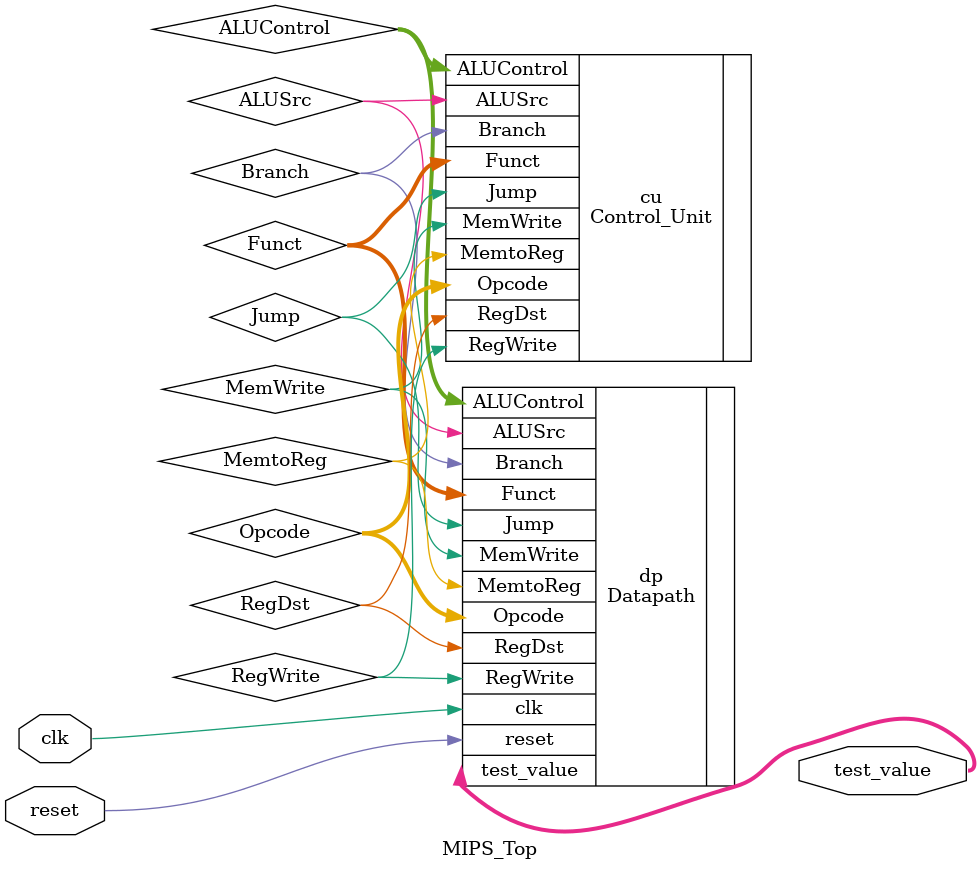
<source format=v>
`timescale 1ns / 1ps


module MIPS_Top(
    input clk,
    input reset,
    output [15:0] test_value
    );
    
    wire MemtoReg,MemWrite,Branch,ALUSrc,RegDst,RegWrite,Jump;
    wire [2:0] ALUControl;
    wire [5:0] Opcode,Funct;
    
    Datapath dp(
        .clk(clk),
        .reset(reset),
        .MemtoReg(MemtoReg),
        .MemWrite(MemWrite),
        .Branch(Branch),
        .ALUSrc(ALUSrc),
        .RegDst(RegDst),
        .RegWrite(RegWrite),
        .Jump(Jump),
        .ALUControl(ALUControl),
        .Opcode(Opcode),
        .Funct(Funct),
        .test_value(test_value)
    );
    
    Control_Unit cu(
        .Opcode(Opcode),
        .Funct(Funct),
        .MemtoReg(MemtoReg),
        .MemWrite(MemWrite),
        .Branch(Branch),
        .ALUSrc(ALUSrc),
        .RegDst(RegDst),
        .RegWrite(RegWrite),
        .Jump(Jump),
        .ALUControl(ALUControl)
    );
    
endmodule

</source>
